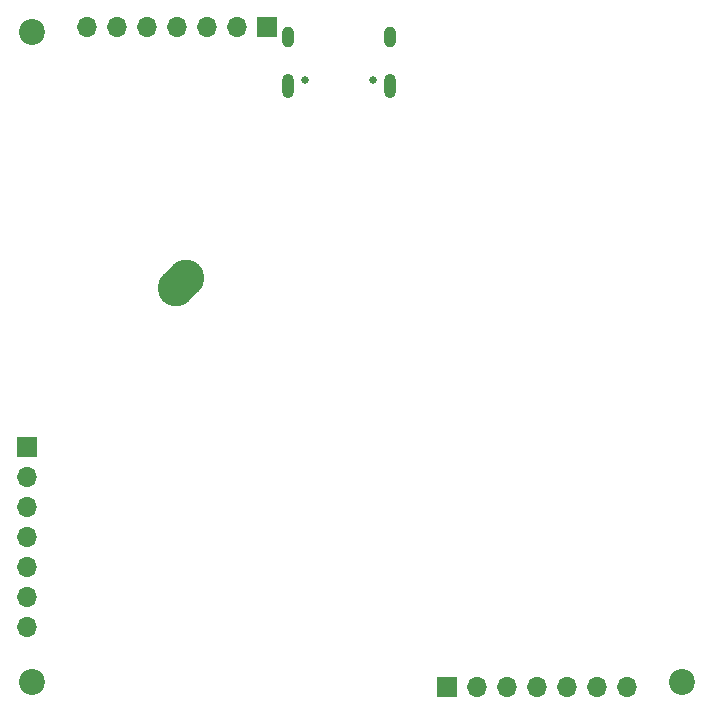
<source format=gbs>
G04 #@! TF.GenerationSoftware,KiCad,Pcbnew,(6.0.9)*
G04 #@! TF.CreationDate,2024-05-06T14:48:15+09:00*
G04 #@! TF.ProjectId,CommunicationBoard,436f6d6d-756e-4696-9361-74696f6e426f,rev?*
G04 #@! TF.SameCoordinates,PX8a48640PY5f5e100*
G04 #@! TF.FileFunction,Soldermask,Bot*
G04 #@! TF.FilePolarity,Negative*
%FSLAX46Y46*%
G04 Gerber Fmt 4.6, Leading zero omitted, Abs format (unit mm)*
G04 Created by KiCad (PCBNEW (6.0.9)) date 2024-05-06 14:48:15*
%MOMM*%
%LPD*%
G01*
G04 APERTURE LIST*
G04 Aperture macros list*
%AMHorizOval*
0 Thick line with rounded ends*
0 $1 width*
0 $2 $3 position (X,Y) of the first rounded end (center of the circle)*
0 $4 $5 position (X,Y) of the second rounded end (center of the circle)*
0 Add line between two ends*
20,1,$1,$2,$3,$4,$5,0*
0 Add two circle primitives to create the rounded ends*
1,1,$1,$2,$3*
1,1,$1,$4,$5*%
G04 Aperture macros list end*
%ADD10C,2.200000*%
%ADD11R,1.700000X1.700000*%
%ADD12O,1.700000X1.700000*%
%ADD13C,0.650000*%
%ADD14O,1.000000X1.800000*%
%ADD15O,1.000000X2.100000*%
%ADD16HorizOval,3.100000X0.424264X0.424264X-0.424264X-0.424264X0*%
G04 APERTURE END LIST*
D10*
X-27500000Y27500000D03*
D11*
X-27940000Y-7620000D03*
D12*
X-27940000Y-10160000D03*
X-27940000Y-12700000D03*
X-27940000Y-15240000D03*
X-27940000Y-17780000D03*
X-27940000Y-20320000D03*
X-27940000Y-22860000D03*
D10*
X-27500000Y-27500000D03*
D11*
X7620000Y-27940000D03*
D12*
X10160000Y-27940000D03*
X12700000Y-27940000D03*
X15240000Y-27940000D03*
X17780000Y-27940000D03*
X20320000Y-27940000D03*
X22860000Y-27940000D03*
D10*
X27500000Y-27500000D03*
D13*
X-4414000Y23422000D03*
X1366000Y23422000D03*
D14*
X2796000Y27102000D03*
D15*
X-5844000Y22922000D03*
X2796000Y22922000D03*
D14*
X-5844000Y27102000D03*
D16*
X-14900000Y6300000D03*
D11*
X-7620000Y27940000D03*
D12*
X-10160000Y27940000D03*
X-12700000Y27940000D03*
X-15240000Y27940000D03*
X-17780000Y27940000D03*
X-20320000Y27940000D03*
X-22860000Y27940000D03*
M02*

</source>
